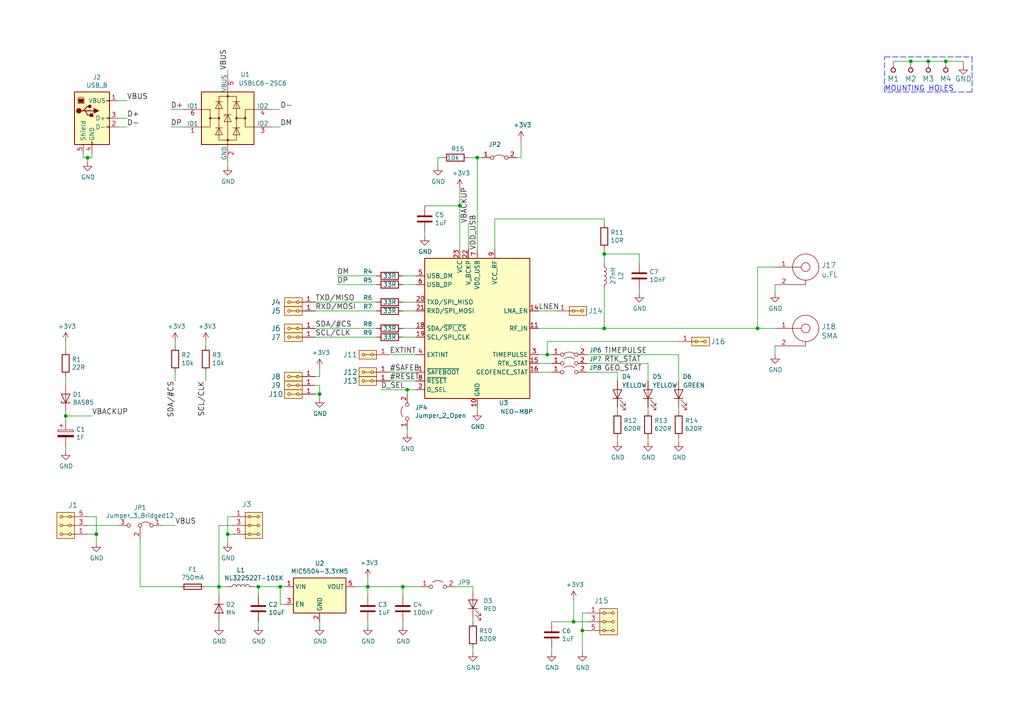
<source format=kicad_sch>
(kicad_sch (version 20210406) (generator eeschema)
  (paper "A4")
  (title_block (title "NAME") (date "%F") (rev "REV") (company "Mlab www.mlab.cz") (comment 1 "VERSION") (comment 2 "Short description \\nTwo lines are maximum") (comment 3 "nickname <email@example.com>") (comment 4 "BSD"))
  (lib_symbols
    (symbol "GPS02A-rescue:+3V3-power" (power) (pin_names (offset 0))
      (property "Value" "+3V3-power" (at 0 3.556 0))
      (symbol "+3V3-power_1_1"
        (pin power_in line (at 0 0 90) (length 0) hide (name "+3V3") (number "1"))
      )
    )
    (symbol "GPS02A-rescue:C-Device" (pin_numbers hide) (pin_names (offset 0.254))
      (property "Reference" "C" (at 0.635 2.54 0))
      (property "Value" "C-Device" (at 0.635 -2.54 0))
      (symbol "C-Device_1_1"
        (pin passive line (at 0 3.81 270) (length 2.794) (name "~") (number "1"))
        (pin passive line (at 0 -3.81 90) (length 2.794) (name "~") (number "2"))
      )
    )
    (symbol "GPS02A-rescue:CP-Device" (pin_numbers hide) (pin_names (offset 0.254))
      (property "Reference" "C" (at 0.635 2.54 0))
      (property "Value" "CP-Device" (at 0.635 -2.54 0))
      (symbol "CP-Device_1_1"
        (pin passive line (at 0 3.81 270) (length 2.794) (name "~") (number "1"))
        (pin passive line (at 0 -3.81 90) (length 2.794) (name "~") (number "2"))
      )
    )
    (symbol "GPS02A-rescue:D-Device" (pin_numbers hide) (pin_names (offset 1.016) hide)
      (property "Reference" "D" (at 0 2.54 0))
      (property "Value" "D-Device" (at 0 -2.54 0))
      (symbol "D-Device_1_1"
        (pin passive line (at -3.81 0 0) (length 2.54) (name "K") (number "1"))
        (pin passive line (at 3.81 0 180) (length 2.54) (name "A") (number "2"))
      )
    )
    (symbol "GPS02A-rescue:D_Zener-Device" (pin_numbers hide) (pin_names (offset 1.016) hide)
      (property "Reference" "D" (at 0 2.54 0))
      (property "Value" "D_Zener-Device" (at 0 -2.54 0))
      (symbol "D_Zener-Device_1_1"
        (pin passive line (at -3.81 0 0) (length 2.54) (name "K") (number "1"))
        (pin passive line (at 3.81 0 180) (length 2.54) (name "A") (number "2"))
      )
    )
    (symbol "GPS02A-rescue:Fuse-Device" (pin_numbers hide) (pin_names (offset 0))
      (property "Reference" "F" (at 2.032 0 90))
      (property "Value" "Fuse-Device" (at -1.905 0 90))
      (symbol "Fuse-Device_1_1"
        (pin passive line (at 0 3.81 270) (length 1.27) (name "~") (number "1"))
        (pin passive line (at 0 -3.81 90) (length 1.27) (name "~") (number "2"))
      )
    )
    (symbol "GPS02A-rescue:GND-power" (power) (pin_names (offset 0))
      (property "Value" "GND-power" (at 0 -3.81 0))
      (symbol "GND-power_1_1"
        (pin power_in line (at 0 0 270) (length 0) hide (name "GND") (number "1"))
      )
    )
    (symbol "GPS02A-rescue:Jumper_2_Bridged-Jumper" (pin_names (offset 0) hide)
      (property "Reference" "JP" (at 0 1.905 0))
      (property "Value" "Jumper_2_Bridged-Jumper" (at 0 -2.54 0))
      (symbol "Jumper_2_Bridged-Jumper_1_1"
        (pin passive line (at -5.08 0 0) (length 2.54) (name "A") (number "1"))
        (pin passive line (at 5.08 0 180) (length 2.54) (name "B") (number "2"))
      )
    )
    (symbol "GPS02A-rescue:Jumper_2_Open-Jumper" (pin_names (offset 0) hide)
      (property "Reference" "JP" (at 0 2.794 0))
      (property "Value" "Jumper_2_Open-Jumper" (at 0 -2.286 0))
      (symbol "Jumper_2_Open-Jumper_1_1"
        (pin passive line (at -5.08 0 0) (length 2.54) (name "A") (number "1"))
        (pin passive line (at 5.08 0 180) (length 2.54) (name "B") (number "2"))
      )
    )
    (symbol "GPS02A-rescue:Jumper_3_Bridged12-Jumper" (pin_names (offset 0) hide)
      (property "Reference" "JP" (at -2.54 -2.54 0))
      (property "Value" "Jumper_3_Bridged12-Jumper" (at 0 2.794 0))
      (symbol "Jumper_3_Bridged12-Jumper_1_1"
        (pin passive line (at -6.35 0 0) (length 2.54) (name "A") (number "1"))
        (pin input line (at 0 -3.81 90) (length 2.54) (name "C") (number "2"))
        (pin passive line (at 6.35 0 180) (length 2.54) (name "B") (number "3"))
      )
    )
    (symbol "GPS02A-rescue:L-Device" (pin_numbers hide) (pin_names (offset 1.016) hide)
      (property "Reference" "L" (at -1.27 0 90))
      (property "Value" "L-Device" (at 1.905 0 90))
      (symbol "L-Device_1_1"
        (pin passive line (at 0 3.81 270) (length 1.27) (name "1") (number "1"))
        (pin passive line (at 0 -3.81 90) (length 1.27) (name "2") (number "2"))
      )
    )
    (symbol "GPS02A-rescue:LED-Device" (pin_numbers hide) (pin_names (offset 1.016) hide)
      (property "Reference" "D" (at 0 2.54 0))
      (property "Value" "LED-Device" (at 0 -2.54 0))
      (symbol "LED-Device_1_1"
        (pin passive line (at -3.81 0 0) (length 2.54) (name "K") (number "1"))
        (pin passive line (at 3.81 0 180) (length 2.54) (name "A") (number "2"))
      )
    )
    (symbol "GPS02A-rescue:MIC5504-3.3YM5-Regulator_Linear"
      (property "Reference" "U" (at -7.62 8.89 0))
      (property "Value" "MIC5504-3.3YM5-Regulator_Linear" (at -7.62 6.35 0))
      (symbol "MIC5504-3.3YM5-Regulator_Linear_1_1"
        (pin power_in line (at -10.16 2.54 0) (length 2.54) (name "VIN") (number "1"))
        (pin power_in line (at 0 -7.62 90) (length 2.54) (name "GND") (number "2"))
        (pin input line (at -10.16 -2.54 0) (length 2.54) (name "EN") (number "3"))
        (pin no_connect line (at 7.62 -2.54 180) (length 2.54) hide (name "NC") (number "4"))
        (pin power_out line (at 10.16 2.54 180) (length 2.54) (name "VOUT") (number "5"))
      )
    )
    (symbol "GPS02A-rescue:NEO-M8P-RF_GPS"
      (property "Reference" "U" (at -13.97 21.59 0))
      (property "Value" "NEO-M8P-RF_GPS" (at 11.43 21.59 0))
      (symbol "NEO-M8P-RF_GPS_1_1"
        (pin input line (at -17.78 -12.7 0) (length 2.54) (name "~SAFEBOOT") (number "1"))
        (pin power_in line (at 0 -22.86 90) (length 2.54) (name "GND") (number "10"))
        (pin input line (at 17.78 0 180) (length 2.54) (name "RF_IN") (number "11"))
        (pin passive line (at 0 -22.86 90) (length 2.54) hide (name "GND") (number "12"))
        (pin passive line (at 0 -22.86 90) (length 2.54) hide (name "GND") (number "13"))
        (pin output line (at 17.78 5.08 180) (length 2.54) (name "LNA_EN") (number "14"))
        (pin output line (at 17.78 -10.16 180) (length 2.54) (name "RTK_STAT") (number "15"))
        (pin output line (at 17.78 -12.7 180) (length 2.54) (name "GEOFENCE_STAT") (number "16"))
        (pin no_connect line (at 15.24 -17.78 180) (length 2.54) hide (name "RESERVED") (number "17"))
        (pin bidirectional line (at -17.78 0 0) (length 2.54) (name "SDA/~SPI_CS") (number "18"))
        (pin input line (at -17.78 -2.54 0) (length 2.54) (name "SCL/SPI_CLK") (number "19"))
        (pin input line (at -17.78 -17.78 0) (length 2.54) (name "D_SEL") (number "2"))
        (pin output line (at -17.78 7.62 0) (length 2.54) (name "TXD/SPI_MISO") (number "20"))
        (pin input line (at -17.78 5.08 0) (length 2.54) (name "RXD/SPI_MOSI") (number "21"))
        (pin power_in line (at -2.54 22.86 270) (length 2.54) (name "V_BCKP") (number "22"))
        (pin power_in line (at -5.08 22.86 270) (length 2.54) (name "VCC") (number "23"))
        (pin passive line (at 0 -22.86 90) (length 2.54) hide (name "GND") (number "24"))
        (pin output line (at 17.78 -7.62 180) (length 2.54) (name "TIMEPULSE") (number "3"))
        (pin input line (at -17.78 -7.62 0) (length 2.54) (name "EXTINT") (number "4"))
        (pin bidirectional line (at -17.78 15.24 0) (length 2.54) (name "USB_DM") (number "5"))
        (pin bidirectional line (at -17.78 12.7 0) (length 2.54) (name "USB_DP") (number "6"))
        (pin power_in line (at 0 22.86 270) (length 2.54) (name "VDD_USB") (number "7"))
        (pin input line (at -17.78 -15.24 0) (length 2.54) (name "~RESET") (number "8"))
        (pin power_out line (at 5.08 22.86 270) (length 2.54) (name "VCC_RF") (number "9"))
      )
    )
    (symbol "GPS02A-rescue:R-Device" (pin_numbers hide) (pin_names (offset 0))
      (property "Reference" "R" (at 2.032 0 90))
      (property "Value" "R-Device" (at 0 0 90))
      (symbol "R-Device_1_1"
        (pin passive line (at 0 3.81 270) (length 1.27) (name "~") (number "1"))
        (pin passive line (at 0 -3.81 90) (length 1.27) (name "~") (number "2"))
      )
    )
    (symbol "GPS02A-rescue:SMA-MLAB_CONNECTORS" (pin_names (offset 1.016))
      (property "Reference" "J" (at 0 5.08 0))
      (property "Value" "SMA-MLAB_CONNECTORS" (at 3.81 -5.08 0))
      (symbol "SMA-MLAB_CONNECTORS_1_1"
        (pin unspecified line (at -8.89 0 0) (length 5.08) (name "~") (number "1"))
        (pin unspecified line (at -8.89 -5.08 0) (length 5.08) (name "~") (number "2"))
      )
    )
    (symbol "GPS02A-rescue:USBLC6-2SC6-Power_Protection" (pin_names (offset 0))
      (property "Reference" "U" (at 5.08 8.89 0))
      (property "Value" "USBLC6-2SC6-Power_Protection" (at 10.16 -10.16 0))
      (symbol "USBLC6-2SC6-Power_Protection_1_1"
        (pin passive line (at -12.7 -2.54 0) (length 5.08) (name "IO1") (number "1"))
        (pin passive line (at 0 -12.7 90) (length 5.08) (name "GND") (number "2"))
        (pin passive line (at 12.7 -2.54 180) (length 5.08) (name "IO2") (number "3"))
        (pin passive line (at 12.7 2.54 180) (length 5.08) (name "IO2") (number "4"))
        (pin passive line (at 0 12.7 270) (length 5.08) (name "VBUS") (number "5"))
        (pin passive line (at -12.7 2.54 0) (length 5.08) (name "IO1") (number "6"))
      )
    )
    (symbol "GPS02A-rescue:USB_B-Connector" (pin_names (offset 1.016))
      (property "Reference" "J" (at -5.08 11.43 0))
      (property "Value" "USB_B-Connector" (at -5.08 8.89 0))
      (symbol "USB_B-Connector_1_1"
        (pin power_out line (at 7.62 5.08 180) (length 2.54) (name "VBUS") (number "1"))
        (pin passive line (at 7.62 -2.54 180) (length 2.54) (name "D-") (number "2"))
        (pin passive line (at 7.62 0 180) (length 2.54) (name "D+") (number "3"))
        (pin power_out line (at 0 -10.16 90) (length 2.54) (name "GND") (number "4"))
        (pin passive line (at -2.54 -10.16 90) (length 2.54) (name "Shield") (number "5"))
      )
    )
    (symbol "MLAB_HEADER:HEADER_2x01_PARALLEL" (pin_names (offset 1.016))
      (property "Reference" "J" (at 0 -2.54 0))
      (property "Value" "HEADER_2x01_PARALLEL" (at 0 2.54 0))
      (symbol "HEADER_2x01_PARALLEL_1_1"
        (pin input line (at -6.35 0 0) (length 3.81) (name "~") (number "1"))
        (pin input line (at -6.35 0 0) (length 3.81) hide (name "~") (number "2"))
      )
    )
    (symbol "MLAB_HEADER:HEADER_2x03_PARALLEL" (pin_names (offset 1.016))
      (property "Reference" "J" (at 0 -5.08 0))
      (property "Value" "HEADER_2x03_PARALLEL" (at 0 5.08 0))
      (symbol "HEADER_2x03_PARALLEL_1_1"
        (pin input line (at -6.35 2.54 0) (length 3.81) (name "~") (number "1"))
        (pin input line (at -6.35 2.54 0) (length 3.81) hide (name "~") (number "2"))
        (pin input line (at -6.35 0 0) (length 3.81) (name "~") (number "3"))
        (pin input line (at -6.35 0 0) (length 3.81) hide (name "~") (number "4"))
        (pin input line (at -6.35 -2.54 0) (length 3.81) (name "~") (number "5"))
        (pin input line (at -6.35 -2.54 0) (length 3.81) hide (name "~") (number "6"))
      )
    )
    (symbol "MLAB_MECHANICAL:HOLE" (pin_numbers hide) (pin_names (offset 1.016) hide)
      (property "Reference" "M" (at 0 2.54 0))
      (property "Value" "HOLE" (at 0 -2.54 0))
      (symbol "HOLE_1_1"
        (pin input line (at 1.27 0 180) (length 0.635) (name "~") (number "1"))
      )
    )
  )
  (junction (at 19.05 120.65) (diameter 0.9144))
  (junction (at 25.4 45.72) (diameter 0.9144))
  (junction (at 27.94 154.94) (diameter 0.9144))
  (junction (at 63.5 170.18) (diameter 0.9144))
  (junction (at 66.04 154.94) (diameter 0.9144))
  (junction (at 74.93 170.18) (diameter 0.9144))
  (junction (at 81.28 170.18) (diameter 0.9144))
  (junction (at 92.71 114.3) (diameter 0.9144))
  (junction (at 106.68 170.18) (diameter 0.9144))
  (junction (at 116.84 170.18) (diameter 0.9144))
  (junction (at 118.11 113.03) (diameter 0.9144))
  (junction (at 133.35 59.69) (diameter 0.9144))
  (junction (at 138.43 45.72) (diameter 0.9144))
  (junction (at 158.75 102.87) (diameter 0.9144))
  (junction (at 166.37 180.34) (diameter 0.9144))
  (junction (at 168.91 182.88) (diameter 0.9144))
  (junction (at 175.26 73.66) (diameter 0.9144))
  (junction (at 175.26 95.25) (diameter 0.9144))
  (junction (at 219.71 95.25) (diameter 0.9144))
  (junction (at 264.16 17.78) (diameter 0.9144))
  (junction (at 269.24 17.78) (diameter 0.9144))
  (junction (at 274.32 17.78) (diameter 0.9144))
  (wire (pts (xy 19.05 99.06) (xy 19.05 101.6)))
  (wire (pts (xy 19.05 109.22) (xy 19.05 111.76)))
  (wire (pts (xy 19.05 119.38) (xy 19.05 120.65)))
  (wire (pts (xy 19.05 120.65) (xy 19.05 121.92)))
  (wire (pts (xy 19.05 120.65) (xy 26.67 120.65)))
  (wire (pts (xy 19.05 129.54) (xy 19.05 130.81)))
  (wire (pts (xy 24.13 44.45) (xy 24.13 45.72)))
  (wire (pts (xy 24.13 45.72) (xy 25.4 45.72)))
  (wire (pts (xy 25.4 45.72) (xy 25.4 46.99)))
  (wire (pts (xy 25.4 45.72) (xy 26.67 45.72)))
  (wire (pts (xy 25.4 149.86) (xy 27.94 149.86)))
  (wire (pts (xy 25.4 152.4) (xy 34.29 152.4)))
  (wire (pts (xy 25.4 154.94) (xy 27.94 154.94)))
  (wire (pts (xy 26.67 45.72) (xy 26.67 44.45)))
  (wire (pts (xy 27.94 149.86) (xy 27.94 154.94)))
  (wire (pts (xy 27.94 154.94) (xy 27.94 157.48)))
  (wire (pts (xy 34.29 29.21) (xy 36.83 29.21)))
  (wire (pts (xy 34.29 34.29) (xy 36.83 34.29)))
  (wire (pts (xy 34.29 36.83) (xy 36.83 36.83)))
  (wire (pts (xy 40.64 156.21) (xy 40.64 170.18)))
  (wire (pts (xy 40.64 170.18) (xy 52.07 170.18)))
  (wire (pts (xy 46.99 152.4) (xy 50.8 152.4)))
  (wire (pts (xy 49.53 31.75) (xy 53.34 31.75)))
  (wire (pts (xy 49.53 36.83) (xy 53.34 36.83)))
  (wire (pts (xy 50.8 99.06) (xy 50.8 100.33)))
  (wire (pts (xy 50.8 107.95) (xy 50.8 110.49)))
  (wire (pts (xy 59.69 99.06) (xy 59.69 100.33)))
  (wire (pts (xy 59.69 107.95) (xy 59.69 110.49)))
  (wire (pts (xy 63.5 152.4) (xy 63.5 170.18)))
  (wire (pts (xy 63.5 170.18) (xy 59.69 170.18)))
  (wire (pts (xy 63.5 170.18) (xy 63.5 172.72)))
  (wire (pts (xy 63.5 180.34) (xy 63.5 181.61)))
  (wire (pts (xy 66.04 20.32) (xy 66.04 21.59)))
  (wire (pts (xy 66.04 46.99) (xy 66.04 48.26)))
  (wire (pts (xy 66.04 149.86) (xy 66.04 154.94)))
  (wire (pts (xy 66.04 154.94) (xy 66.04 157.48)))
  (wire (pts (xy 66.04 170.18) (xy 63.5 170.18)))
  (wire (pts (xy 67.31 149.86) (xy 66.04 149.86)))
  (wire (pts (xy 67.31 152.4) (xy 63.5 152.4)))
  (wire (pts (xy 67.31 154.94) (xy 66.04 154.94)))
  (wire (pts (xy 73.66 170.18) (xy 74.93 170.18)))
  (wire (pts (xy 74.93 170.18) (xy 81.28 170.18)))
  (wire (pts (xy 74.93 172.72) (xy 74.93 170.18)))
  (wire (pts (xy 74.93 180.34) (xy 74.93 181.61)))
  (wire (pts (xy 78.74 31.75) (xy 81.28 31.75)))
  (wire (pts (xy 78.74 36.83) (xy 81.28 36.83)))
  (wire (pts (xy 81.28 170.18) (xy 82.55 170.18)))
  (wire (pts (xy 81.28 175.26) (xy 81.28 170.18)))
  (wire (pts (xy 82.55 175.26) (xy 81.28 175.26)))
  (wire (pts (xy 91.44 87.63) (xy 109.22 87.63)))
  (wire (pts (xy 91.44 90.17) (xy 109.22 90.17)))
  (wire (pts (xy 91.44 95.25) (xy 109.22 95.25)))
  (wire (pts (xy 91.44 97.79) (xy 109.22 97.79)))
  (wire (pts (xy 91.44 109.22) (xy 92.71 109.22)))
  (wire (pts (xy 91.44 111.76) (xy 92.71 111.76)))
  (wire (pts (xy 91.44 114.3) (xy 92.71 114.3)))
  (wire (pts (xy 92.71 109.22) (xy 92.71 106.68)))
  (wire (pts (xy 92.71 111.76) (xy 92.71 114.3)))
  (wire (pts (xy 92.71 114.3) (xy 92.71 115.57)))
  (wire (pts (xy 92.71 180.34) (xy 92.71 181.61)))
  (wire (pts (xy 102.87 170.18) (xy 106.68 170.18)))
  (wire (pts (xy 106.68 167.64) (xy 106.68 170.18)))
  (wire (pts (xy 106.68 170.18) (xy 106.68 172.72)))
  (wire (pts (xy 106.68 170.18) (xy 116.84 170.18)))
  (wire (pts (xy 106.68 180.34) (xy 106.68 181.61)))
  (wire (pts (xy 109.22 80.01) (xy 97.79 80.01)))
  (wire (pts (xy 109.22 82.55) (xy 97.79 82.55)))
  (wire (pts (xy 110.49 113.03) (xy 118.11 113.03)))
  (wire (pts (xy 113.03 102.87) (xy 120.65 102.87)))
  (wire (pts (xy 113.03 107.95) (xy 120.65 107.95)))
  (wire (pts (xy 116.84 80.01) (xy 120.65 80.01)))
  (wire (pts (xy 116.84 82.55) (xy 120.65 82.55)))
  (wire (pts (xy 116.84 87.63) (xy 120.65 87.63)))
  (wire (pts (xy 116.84 90.17) (xy 120.65 90.17)))
  (wire (pts (xy 116.84 95.25) (xy 120.65 95.25)))
  (wire (pts (xy 116.84 97.79) (xy 120.65 97.79)))
  (wire (pts (xy 116.84 170.18) (xy 121.92 170.18)))
  (wire (pts (xy 116.84 172.72) (xy 116.84 170.18)))
  (wire (pts (xy 116.84 180.34) (xy 116.84 181.61)))
  (wire (pts (xy 118.11 113.03) (xy 118.11 114.3)))
  (wire (pts (xy 118.11 124.46) (xy 118.11 125.73)))
  (wire (pts (xy 120.65 110.49) (xy 113.03 110.49)))
  (wire (pts (xy 120.65 113.03) (xy 118.11 113.03)))
  (wire (pts (xy 123.19 59.69) (xy 133.35 59.69)))
  (wire (pts (xy 123.19 67.31) (xy 123.19 68.58)))
  (wire (pts (xy 127 45.72) (xy 127 48.26)))
  (wire (pts (xy 128.27 45.72) (xy 127 45.72)))
  (wire (pts (xy 132.08 170.18) (xy 137.16 170.18)))
  (wire (pts (xy 133.35 59.69) (xy 133.35 54.61)))
  (wire (pts (xy 133.35 72.39) (xy 133.35 59.69)))
  (wire (pts (xy 135.89 45.72) (xy 138.43 45.72)))
  (wire (pts (xy 135.89 72.39) (xy 135.89 64.77)))
  (wire (pts (xy 137.16 170.18) (xy 137.16 171.45)))
  (wire (pts (xy 137.16 179.07) (xy 137.16 180.34)))
  (wire (pts (xy 137.16 187.96) (xy 137.16 189.23)))
  (wire (pts (xy 138.43 45.72) (xy 138.43 72.39)))
  (wire (pts (xy 138.43 45.72) (xy 139.7 45.72)))
  (wire (pts (xy 138.43 118.11) (xy 138.43 119.38)))
  (wire (pts (xy 143.51 63.5) (xy 175.26 63.5)))
  (wire (pts (xy 143.51 72.39) (xy 143.51 63.5)))
  (wire (pts (xy 151.13 40.64) (xy 151.13 45.72)))
  (wire (pts (xy 151.13 45.72) (xy 149.86 45.72)))
  (wire (pts (xy 156.21 90.17) (xy 161.29 90.17)))
  (wire (pts (xy 156.21 95.25) (xy 175.26 95.25)))
  (wire (pts (xy 156.21 102.87) (xy 158.75 102.87)))
  (wire (pts (xy 156.21 105.41) (xy 160.02 105.41)))
  (wire (pts (xy 156.21 107.95) (xy 160.02 107.95)))
  (wire (pts (xy 158.75 99.06) (xy 196.85 99.06)))
  (wire (pts (xy 158.75 102.87) (xy 158.75 99.06)))
  (wire (pts (xy 158.75 102.87) (xy 160.02 102.87)))
  (wire (pts (xy 160.02 180.34) (xy 166.37 180.34)))
  (wire (pts (xy 160.02 187.96) (xy 160.02 189.23)))
  (wire (pts (xy 166.37 173.99) (xy 166.37 180.34)))
  (wire (pts (xy 168.91 177.8) (xy 168.91 182.88)))
  (wire (pts (xy 168.91 182.88) (xy 168.91 189.23)))
  (wire (pts (xy 170.18 102.87) (xy 196.85 102.87)))
  (wire (pts (xy 170.18 105.41) (xy 187.96 105.41)))
  (wire (pts (xy 170.18 107.95) (xy 179.07 107.95)))
  (wire (pts (xy 170.18 177.8) (xy 168.91 177.8)))
  (wire (pts (xy 170.18 180.34) (xy 166.37 180.34)))
  (wire (pts (xy 170.18 182.88) (xy 168.91 182.88)))
  (wire (pts (xy 175.26 63.5) (xy 175.26 64.77)))
  (wire (pts (xy 175.26 72.39) (xy 175.26 73.66)))
  (wire (pts (xy 175.26 73.66) (xy 175.26 76.2)))
  (wire (pts (xy 175.26 95.25) (xy 175.26 83.82)))
  (wire (pts (xy 175.26 95.25) (xy 219.71 95.25)))
  (wire (pts (xy 179.07 107.95) (xy 179.07 110.49)))
  (wire (pts (xy 179.07 118.11) (xy 179.07 119.38)))
  (wire (pts (xy 179.07 127) (xy 179.07 128.27)))
  (wire (pts (xy 185.42 73.66) (xy 175.26 73.66)))
  (wire (pts (xy 185.42 76.2) (xy 185.42 73.66)))
  (wire (pts (xy 185.42 83.82) (xy 185.42 85.09)))
  (wire (pts (xy 187.96 105.41) (xy 187.96 110.49)))
  (wire (pts (xy 187.96 118.11) (xy 187.96 119.38)))
  (wire (pts (xy 187.96 127) (xy 187.96 128.27)))
  (wire (pts (xy 196.85 102.87) (xy 196.85 110.49)))
  (wire (pts (xy 196.85 118.11) (xy 196.85 119.38)))
  (wire (pts (xy 196.85 127) (xy 196.85 128.27)))
  (wire (pts (xy 219.71 77.47) (xy 219.71 95.25)))
  (wire (pts (xy 219.71 95.25) (xy 224.79 95.25)))
  (wire (pts (xy 224.79 77.47) (xy 219.71 77.47)))
  (wire (pts (xy 224.79 82.55) (xy 224.79 85.09)))
  (wire (pts (xy 224.79 100.33) (xy 224.79 102.87)))
  (wire (pts (xy 259.08 17.78) (xy 259.08 19.05)))
  (wire (pts (xy 264.16 17.78) (xy 259.08 17.78)))
  (wire (pts (xy 264.16 19.05) (xy 264.16 17.78)))
  (wire (pts (xy 269.24 17.78) (xy 264.16 17.78)))
  (wire (pts (xy 269.24 19.05) (xy 269.24 17.78)))
  (wire (pts (xy 274.32 17.78) (xy 269.24 17.78)))
  (wire (pts (xy 274.32 19.05) (xy 274.32 17.78)))
  (wire (pts (xy 279.4 17.78) (xy 274.32 17.78)))
  (wire (pts (xy 279.4 19.05) (xy 279.4 17.78)))
  (polyline (pts (xy 256.54 16.51) (xy 281.94 16.51)) (stroke (width 0) (type dash)))
  (polyline (pts (xy 256.54 26.67) (xy 256.54 16.51)) (stroke (width 0) (type dash)))
  (polyline (pts (xy 281.94 16.51) (xy 281.94 26.67)) (stroke (width 0) (type dash)))
  (polyline (pts (xy 281.94 26.67) (xy 256.54 26.67)) (stroke (width 0) (type dash)))
  (text "MOUNTING HOLES" (at 256.54 26.67 0) (effects (font (size 1.524 1.524)) (justify left bottom)))
  (label "VBACKUP" (at 26.67 120.65 0) (effects (font (size 1.524 1.524))))
  (label "VBUS" (at 36.83 29.21 0) (effects (font (size 1.524 1.524))))
  (label "D+" (at 36.83 34.29 0) (effects (font (size 1.524 1.524))))
  (label "D-" (at 36.83 36.83 0) (effects (font (size 1.524 1.524))))
  (label "D+" (at 49.53 31.75 0) (effects (font (size 1.524 1.524))))
  (label "DP" (at 49.53 36.83 0) (effects (font (size 1.524 1.524))))
  (label "SDA{slash}#CS" (at 50.8 110.49 270) (effects (font (size 1.524 1.524))))
  (label "VBUS" (at 50.8 152.4 0) (effects (font (size 1.524 1.524))))
  (label "SCL{slash}CLK" (at 59.69 110.49 270) (effects (font (size 1.524 1.524))))
  (label "VBUS" (at 66.04 20.32 90) (effects (font (size 1.524 1.524))))
  (label "D-" (at 81.28 31.75 0) (effects (font (size 1.524 1.524))))
  (label "DM" (at 81.28 36.83 0) (effects (font (size 1.524 1.524))))
  (label "TXD{slash}MISO" (at 91.44 87.63 0) (effects (font (size 1.524 1.524))))
  (label "RXD{slash}MOSI" (at 91.44 90.17 0) (effects (font (size 1.524 1.524))))
  (label "SDA{slash}#CS" (at 91.44 95.25 0) (effects (font (size 1.524 1.524))))
  (label "SCL{slash}CLK" (at 91.44 97.79 0) (effects (font (size 1.524 1.524))))
  (label "DM" (at 97.79 80.01 0) (effects (font (size 1.524 1.524))))
  (label "DP" (at 97.79 82.55 0) (effects (font (size 1.524 1.524))))
  (label "D_SEL" (at 110.49 113.03 0) (effects (font (size 1.524 1.524))))
  (label "EXTINT" (at 113.03 102.87 0) (effects (font (size 1.524 1.524))))
  (label "#SAFEB" (at 113.03 107.95 0) (effects (font (size 1.524 1.524))))
  (label "#RESET" (at 113.03 110.49 0) (effects (font (size 1.524 1.524))))
  (label "VBACKUP" (at 135.89 64.77 90) (effects (font (size 1.524 1.524))))
  (label "VDD_USB" (at 138.43 62.23 270) (effects (font (size 1.524 1.524))))
  (label "LNEN" (at 156.21 90.17 0) (effects (font (size 1.524 1.524))))
  (label "TIMEPULSE" (at 175.26 102.87 0) (effects (font (size 1.524 1.524))))
  (label "RTK_STAT" (at 175.26 105.41 0) (effects (font (size 1.524 1.524))))
  (label "GEO_STAT" (at 175.26 107.95 0) (effects (font (size 1.524 1.524))))
  (symbol (lib_id "MLAB_MECHANICAL:HOLE") (at 259.08 20.32 90) (unit 1)
    (property "Reference" "M1" (at 259.08 22.86 90) (effects (font (size 1.524 1.524))))
    (property "Value" "HOLE" (effects hide))
    (property "Footprint" "Mlab_Mechanical:MountingHole_3mm" (effects hide))
  )
  (symbol (lib_id "MLAB_MECHANICAL:HOLE") (at 264.16 20.32 90) (unit 1)
    (property "Reference" "M2" (at 264.16 22.86 90) (effects (font (size 1.524 1.524))))
    (property "Value" "HOLE" (effects hide))
    (property "Footprint" "Mlab_Mechanical:MountingHole_3mm" (effects hide))
  )
  (symbol (lib_id "MLAB_MECHANICAL:HOLE") (at 269.24 20.32 90) (unit 1)
    (property "Reference" "M3" (at 269.24 22.86 90) (effects (font (size 1.524 1.524))))
    (property "Value" "HOLE" (effects hide))
    (property "Footprint" "Mlab_Mechanical:MountingHole_3mm" (effects hide))
  )
  (symbol (lib_id "MLAB_MECHANICAL:HOLE") (at 274.32 20.32 90) (unit 1)
    (property "Reference" "M4" (at 274.32 22.86 90) (effects (font (size 1.524 1.524))))
    (property "Value" "HOLE" (effects hide))
    (property "Footprint" "Mlab_Mechanical:MountingHole_3mm" (effects hide))
  )
  (symbol (lib_id "GPS02A-rescue:+3V3-power") (at 19.05 99.06 0) (unit 1)
    (property "Reference" "#PWR0122" (effects hide))
    (property "Value" "+3V3" (at 19.431 94.6658 0))
  )
  (symbol (lib_id "GPS02A-rescue:+3V3-power") (at 50.8 99.06 0) (unit 1)
    (property "Reference" "#PWR0127" (effects hide))
    (property "Value" "+3V3" (at 51.181 94.6658 0))
  )
  (symbol (lib_id "GPS02A-rescue:+3V3-power") (at 59.69 99.06 0) (unit 1)
    (property "Reference" "#PWR0128" (effects hide))
    (property "Value" "+3V3" (at 60.071 94.6658 0))
  )
  (symbol (lib_id "GPS02A-rescue:+3V3-power") (at 92.71 106.68 0) (unit 1)
    (property "Reference" "#PWR0129" (effects hide))
    (property "Value" "+3V3" (at 93.091 102.2858 0))
  )
  (symbol (lib_id "GPS02A-rescue:+3V3-power") (at 106.68 167.64 0) (unit 1)
    (property "Reference" "#PWR0107" (effects hide))
    (property "Value" "+3V3" (at 107.061 163.2458 0))
  )
  (symbol (lib_id "GPS02A-rescue:+3V3-power") (at 133.35 54.61 0) (unit 1)
    (property "Reference" "#PWR0119" (effects hide))
    (property "Value" "+3V3" (at 133.731 50.2158 0))
  )
  (symbol (lib_id "GPS02A-rescue:+3V3-power") (at 151.13 40.64 0) (unit 1)
    (property "Reference" "#PWR0124" (effects hide))
    (property "Value" "+3V3" (at 151.511 36.2458 0))
  )
  (symbol (lib_id "GPS02A-rescue:+3V3-power") (at 166.37 173.99 0) (unit 1)
    (property "Reference" "#PWR0109" (effects hide))
    (property "Value" "+3V3" (at 166.751 169.5958 0))
  )
  (symbol (lib_id "GPS02A-rescue:GND-power") (at 19.05 130.81 0) (unit 1)
    (property "Reference" "#PWR0110" (effects hide))
    (property "Value" "GND" (at 19.177 135.2042 0))
  )
  (symbol (lib_id "GPS02A-rescue:GND-power") (at 25.4 46.99 0) (unit 1)
    (property "Reference" "#PWR0101" (effects hide))
    (property "Value" "GND" (at 25.527 51.3842 0))
  )
  (symbol (lib_id "GPS02A-rescue:GND-power") (at 27.94 157.48 0) (unit 1)
    (property "Reference" "#PWR0102" (effects hide))
    (property "Value" "GND" (at 28.067 161.8742 0))
  )
  (symbol (lib_id "GPS02A-rescue:GND-power") (at 63.5 181.61 0) (unit 1)
    (property "Reference" "#PWR0104" (effects hide))
    (property "Value" "GND" (at 63.627 186.0042 0))
  )
  (symbol (lib_id "GPS02A-rescue:GND-power") (at 66.04 48.26 0) (unit 1)
    (property "Reference" "#PWR0123" (effects hide))
    (property "Value" "GND" (at 66.167 52.6542 0))
  )
  (symbol (lib_id "GPS02A-rescue:GND-power") (at 66.04 157.48 0) (unit 1)
    (property "Reference" "#PWR0103" (effects hide))
    (property "Value" "GND" (at 66.167 161.8742 0))
  )
  (symbol (lib_id "GPS02A-rescue:GND-power") (at 74.93 181.61 0) (unit 1)
    (property "Reference" "#PWR0105" (effects hide))
    (property "Value" "GND" (at 75.057 186.0042 0))
  )
  (symbol (lib_id "GPS02A-rescue:GND-power") (at 92.71 115.57 0) (unit 1)
    (property "Reference" "#PWR0130" (effects hide))
    (property "Value" "GND" (at 92.837 119.9642 0))
  )
  (symbol (lib_id "GPS02A-rescue:GND-power") (at 92.71 181.61 0) (unit 1)
    (property "Reference" "#PWR0114" (effects hide))
    (property "Value" "GND" (at 92.837 186.0042 0))
  )
  (symbol (lib_id "GPS02A-rescue:GND-power") (at 106.68 181.61 0) (unit 1)
    (property "Reference" "#PWR0106" (effects hide))
    (property "Value" "GND" (at 106.807 186.0042 0))
  )
  (symbol (lib_id "GPS02A-rescue:GND-power") (at 116.84 181.61 0) (unit 1)
    (property "Reference" "#PWR0120" (effects hide))
    (property "Value" "GND" (at 116.967 186.0042 0))
  )
  (symbol (lib_id "GPS02A-rescue:GND-power") (at 118.11 125.73 0) (unit 1)
    (property "Reference" "#PWR0113" (effects hide))
    (property "Value" "GND" (at 118.237 130.1242 0))
  )
  (symbol (lib_id "GPS02A-rescue:GND-power") (at 123.19 68.58 0) (unit 1)
    (property "Reference" "#PWR0121" (effects hide))
    (property "Value" "GND" (at 123.317 72.9742 0))
  )
  (symbol (lib_id "GPS02A-rescue:GND-power") (at 127 48.26 0) (unit 1)
    (property "Reference" "#PWR0132" (effects hide))
    (property "Value" "GND" (at 127.127 52.6542 0))
  )
  (symbol (lib_id "GPS02A-rescue:GND-power") (at 137.16 189.23 0) (unit 1)
    (property "Reference" "#PWR0108" (effects hide))
    (property "Value" "GND" (at 137.287 193.6242 0))
  )
  (symbol (lib_id "GPS02A-rescue:GND-power") (at 138.43 119.38 0) (unit 1)
    (property "Reference" "#PWR0115" (effects hide))
    (property "Value" "GND" (at 138.557 123.7742 0))
  )
  (symbol (lib_id "GPS02A-rescue:GND-power") (at 160.02 189.23 0) (unit 1)
    (property "Reference" "#PWR0112" (effects hide))
    (property "Value" "GND" (at 160.147 193.6242 0))
  )
  (symbol (lib_id "GPS02A-rescue:GND-power") (at 168.91 189.23 0) (unit 1)
    (property "Reference" "#PWR0111" (effects hide))
    (property "Value" "GND" (at 169.037 193.6242 0))
  )
  (symbol (lib_id "GPS02A-rescue:GND-power") (at 179.07 128.27 0) (unit 1)
    (property "Reference" "#PWR0116" (effects hide))
    (property "Value" "GND" (at 179.197 132.6642 0))
  )
  (symbol (lib_id "GPS02A-rescue:GND-power") (at 185.42 85.09 0) (unit 1)
    (property "Reference" "#PWR0125" (effects hide))
    (property "Value" "GND" (at 185.547 89.4842 0))
  )
  (symbol (lib_id "GPS02A-rescue:GND-power") (at 187.96 128.27 0) (unit 1)
    (property "Reference" "#PWR0117" (effects hide))
    (property "Value" "GND" (at 188.087 132.6642 0))
  )
  (symbol (lib_id "GPS02A-rescue:GND-power") (at 196.85 128.27 0) (unit 1)
    (property "Reference" "#PWR0118" (effects hide))
    (property "Value" "GND" (at 196.977 132.6642 0))
  )
  (symbol (lib_id "GPS02A-rescue:GND-power") (at 224.79 85.09 0) (unit 1)
    (property "Reference" "#PWR0131" (effects hide))
    (property "Value" "GND" (at 224.917 89.4842 0))
  )
  (symbol (lib_id "GPS02A-rescue:GND-power") (at 224.79 102.87 0) (unit 1)
    (property "Reference" "#PWR0126" (effects hide))
    (property "Value" "GND" (at 224.917 107.2642 0))
  )
  (symbol (lib_id "GPS02A-rescue:GND-power") (at 279.4 19.05 0) (unit 1)
    (property "Reference" "#PWR03" (effects hide))
    (property "Value" "GND" (at 279.4 22.86 0) (effects (font (size 1.524 1.524))))
  )
  (symbol (lib_id "GPS02A-rescue:L-Device") (at 69.85 170.18 90) (unit 1)
    (property "Reference" "L1" (at 69.85 165.354 90))
    (property "Value" "NL322522T-101K" (at 73.66 167.64 90))
    (property "Footprint" "Inductor_SMD:L_1210_3225Metric" (effects hide))
    (property "UST_ID" "5c70984412875079b91f87fb" (effects hide))
  )
  (symbol (lib_id "GPS02A-rescue:L-Device") (at 175.26 80.01 0) (unit 1)
    (property "Reference" "L2" (at 180.086 80.01 90))
    (property "Value" "27nH" (at 177.8 80.01 90))
    (property "Footprint" "Mlab_R:SMD-0805" (effects hide))
    (property "UST_ID" "5c70984412875079b91f8807" (effects hide))
  )
  (symbol (lib_id "GPS02A-rescue:Jumper_2_Bridged-Jumper") (at 144.78 45.72 0) (unit 1)
    (property "Reference" "JP2" (at 143.51 41.91 0))
    (property "Value" "Jumper_2_Bridged" (effects hide))
    (property "Footprint" "Mlab_Pin_Headers:Straight_1x02" (effects hide))
  )
  (symbol (lib_id "GPS02A-rescue:Jumper_2_Bridged-Jumper") (at 165.1 102.87 0) (unit 1)
    (property "Reference" "JP6" (at 172.72 101.6 0))
    (property "Value" "Jumper_2_Bridged" (effects hide))
    (property "Footprint" "Mlab_Pin_Headers:Straight_1x02" (effects hide))
  )
  (symbol (lib_id "GPS02A-rescue:Fuse-Device") (at 55.88 170.18 90) (unit 1)
    (property "Reference" "F1" (at 55.88 165.1762 90))
    (property "Value" "750mA" (at 55.88 167.4876 90))
    (property "Footprint" "Mlab_F:1812" (effects hide))
    (property "UST_ID" "5c70984512875079b91f88d2" (effects hide))
  )
  (symbol (lib_id "GPS02A-rescue:R-Device") (at 19.05 105.41 0) (unit 1)
    (property "Reference" "R1" (at 20.828 104.2416 0) (effects (justify left)))
    (property "Value" "22R" (at 20.828 106.553 0) (effects (justify left)))
    (property "Footprint" "Mlab_R:SMD-0805" (effects hide))
    (property "UST_ID" "5c70984512875079b91f896f" (effects hide))
  )
  (symbol (lib_id "GPS02A-rescue:R-Device") (at 50.8 104.14 0) (unit 1)
    (property "Reference" "R2" (at 52.578 102.9716 0) (effects (justify left)))
    (property "Value" "10k" (at 52.578 105.283 0) (effects (justify left)))
    (property "Footprint" "Mlab_R:SMD-0805" (effects hide))
    (property "UST_ID" "5c70984612875079b91f899f" (effects hide))
  )
  (symbol (lib_id "GPS02A-rescue:R-Device") (at 59.69 104.14 0) (unit 1)
    (property "Reference" "R3" (at 61.468 102.9716 0) (effects (justify left)))
    (property "Value" "10k" (at 61.468 105.283 0) (effects (justify left)))
    (property "Footprint" "Mlab_R:SMD-0805" (effects hide))
    (property "UST_ID" "5c70984612875079b91f899f" (effects hide))
  )
  (symbol (lib_id "GPS02A-rescue:R-Device") (at 113.03 80.01 270) (unit 1)
    (property "Reference" "R4" (at 106.68 78.74 90))
    (property "Value" "33R" (at 113.03 80.01 90))
    (property "Footprint" "Mlab_R:SMD-0805" (effects hide))
    (property "UST_ID" "5c70984512875079b91f8970" (effects hide))
  )
  (symbol (lib_id "GPS02A-rescue:R-Device") (at 113.03 82.55 270) (unit 1)
    (property "Reference" "R5" (at 106.68 81.28 90))
    (property "Value" "33R" (at 113.03 82.55 90))
    (property "Footprint" "Mlab_R:SMD-0805" (effects hide))
    (property "UST_ID" "5c70984512875079b91f8970" (effects hide))
  )
  (symbol (lib_id "GPS02A-rescue:R-Device") (at 113.03 87.63 270) (unit 1)
    (property "Reference" "R6" (at 106.68 86.36 90))
    (property "Value" "33R" (at 113.03 87.63 90))
    (property "Footprint" "Mlab_R:SMD-0805" (effects hide))
    (property "UST_ID" "5c70984512875079b91f8970" (effects hide))
  )
  (symbol (lib_id "GPS02A-rescue:R-Device") (at 113.03 90.17 270) (unit 1)
    (property "Reference" "R7" (at 106.68 88.9 90))
    (property "Value" "33R" (at 113.03 90.17 90))
    (property "Footprint" "Mlab_R:SMD-0805" (effects hide))
    (property "UST_ID" "5c70984512875079b91f8970" (effects hide))
  )
  (symbol (lib_id "GPS02A-rescue:R-Device") (at 113.03 95.25 270) (unit 1)
    (property "Reference" "R8" (at 106.68 93.98 90))
    (property "Value" "33R" (at 113.03 95.25 90))
    (property "Footprint" "Mlab_R:SMD-0805" (effects hide))
    (property "UST_ID" "5c70984512875079b91f8970" (effects hide))
  )
  (symbol (lib_id "GPS02A-rescue:R-Device") (at 113.03 97.79 270) (unit 1)
    (property "Reference" "R9" (at 106.68 96.52 90))
    (property "Value" "33R" (at 113.03 97.79 90))
    (property "Footprint" "Mlab_R:SMD-0805" (effects hide))
    (property "UST_ID" "5c70984512875079b91f8970" (effects hide))
  )
  (symbol (lib_id "GPS02A-rescue:R-Device") (at 132.08 45.72 270) (unit 1)
    (property "Reference" "R15" (at 130.81 43.18 90) (effects (justify left)))
    (property "Value" "10k" (at 129.54 45.72 90) (effects (justify left)))
    (property "Footprint" "Mlab_R:SMD-0805" (effects hide))
    (property "UST_ID" "5c70984612875079b91f899f" (effects hide))
  )
  (symbol (lib_id "GPS02A-rescue:R-Device") (at 137.16 184.15 0) (unit 1)
    (property "Reference" "R10" (at 138.938 182.9816 0) (effects (justify left)))
    (property "Value" "620R" (at 138.938 185.293 0) (effects (justify left)))
    (property "Footprint" "Mlab_R:SMD-0805" (effects hide))
    (property "UST_ID" "5c70984512875079b91f8989" (effects hide))
  )
  (symbol (lib_id "GPS02A-rescue:R-Device") (at 175.26 68.58 0) (unit 1)
    (property "Reference" "R11" (at 177.038 67.4116 0) (effects (justify left)))
    (property "Value" "10R" (at 177.038 69.723 0) (effects (justify left)))
    (property "Footprint" "Mlab_R:SMD-0805" (effects hide))
    (property "UST_ID" "5c70984512875079b91f896d" (effects hide))
  )
  (symbol (lib_id "GPS02A-rescue:R-Device") (at 179.07 123.19 0) (unit 1)
    (property "Reference" "R12" (at 180.848 122.0216 0) (effects (justify left)))
    (property "Value" "620R" (at 180.848 124.333 0) (effects (justify left)))
    (property "Footprint" "Mlab_R:SMD-0805" (effects hide))
    (property "UST_ID" "5c70984512875079b91f8989" (effects hide))
  )
  (symbol (lib_id "GPS02A-rescue:R-Device") (at 187.96 123.19 0) (unit 1)
    (property "Reference" "R13" (at 189.738 122.0216 0) (effects (justify left)))
    (property "Value" "620R" (at 189.738 124.333 0) (effects (justify left)))
    (property "Footprint" "Mlab_R:SMD-0805" (effects hide))
    (property "UST_ID" "5c70984512875079b91f8989" (effects hide))
  )
  (symbol (lib_id "GPS02A-rescue:R-Device") (at 196.85 123.19 0) (unit 1)
    (property "Reference" "R14" (at 198.628 122.0216 0) (effects (justify left)))
    (property "Value" "620R" (at 198.628 124.333 0) (effects (justify left)))
    (property "Footprint" "Mlab_R:SMD-0805" (effects hide))
    (property "UST_ID" "5c70984512875079b91f8989" (effects hide))
  )
  (symbol (lib_id "GPS02A-rescue:D_Zener-Device") (at 19.05 115.57 90) (unit 1)
    (property "Reference" "D1" (at 21.0566 114.4016 90) (effects (justify right)))
    (property "Value" "BAS85" (at 21.0566 116.713 90) (effects (justify right)))
    (property "Footprint" "Diode_SMD:D_MiniMELF" (effects hide))
    (property "UST_ID" "5c70984512875079b91f88b3" (effects hide))
  )
  (symbol (lib_id "GPS02A-rescue:D-Device") (at 63.5 176.53 270) (unit 1)
    (property "Reference" "D2" (at 65.5066 175.3616 90) (effects (justify left)))
    (property "Value" "M4" (at 65.5066 177.673 90) (effects (justify left)))
    (property "Footprint" "Diode_SMD:D_SMA" (effects hide))
    (property "UST_ID" "5c70984512875079b91f88ac" (effects hide))
  )
  (symbol (lib_id "MLAB_HEADER:HEADER_2x01_PARALLEL") (at 85.09 87.63 180) (unit 1)
    (property "Reference" "J4" (at 80.01 87.63 0) (effects (font (size 1.524 1.524))))
    (property "Value" "HEADER_2x01_PARALLEL" (effects hide))
    (property "Footprint" "Mlab_Pin_Headers:Straight_2x01" (effects hide))
  )
  (symbol (lib_id "MLAB_HEADER:HEADER_2x01_PARALLEL") (at 85.09 90.17 180) (unit 1)
    (property "Reference" "J5" (at 80.01 90.17 0) (effects (font (size 1.524 1.524))))
    (property "Value" "HEADER_2x01_PARALLEL" (effects hide))
    (property "Footprint" "Mlab_Pin_Headers:Straight_2x01" (effects hide))
  )
  (symbol (lib_id "MLAB_HEADER:HEADER_2x01_PARALLEL") (at 85.09 95.25 180) (unit 1)
    (property "Reference" "J6" (at 80.01 95.25 0) (effects (font (size 1.524 1.524))))
    (property "Value" "HEADER_2x01_PARALLEL" (effects hide))
    (property "Footprint" "Mlab_Pin_Headers:Straight_2x01" (effects hide))
  )
  (symbol (lib_id "MLAB_HEADER:HEADER_2x01_PARALLEL") (at 85.09 97.79 180) (unit 1)
    (property "Reference" "J7" (at 80.01 97.79 0) (effects (font (size 1.524 1.524))))
    (property "Value" "HEADER_2x01_PARALLEL" (effects hide))
    (property "Footprint" "Mlab_Pin_Headers:Straight_2x01" (effects hide))
  )
  (symbol (lib_id "MLAB_HEADER:HEADER_2x01_PARALLEL") (at 85.09 109.22 180) (unit 1)
    (property "Reference" "J8" (at 80.01 109.22 0) (effects (font (size 1.524 1.524))))
    (property "Value" "HEADER_2x01_PARALLEL" (effects hide))
    (property "Footprint" "Mlab_Pin_Headers:Straight_2x01" (effects hide))
  )
  (symbol (lib_id "MLAB_HEADER:HEADER_2x01_PARALLEL") (at 85.09 111.76 180) (unit 1)
    (property "Reference" "J9" (at 80.01 111.76 0) (effects (font (size 1.524 1.524))))
    (property "Value" "HEADER_2x01_PARALLEL" (effects hide))
    (property "Footprint" "Mlab_Pin_Headers:Straight_2x01" (effects hide))
  )
  (symbol (lib_id "MLAB_HEADER:HEADER_2x01_PARALLEL") (at 85.09 114.3 180) (unit 1)
    (property "Reference" "J10" (at 80.01 114.3 0) (effects (font (size 1.524 1.524))))
    (property "Value" "HEADER_2x01_PARALLEL" (effects hide))
    (property "Footprint" "Mlab_Pin_Headers:Straight_2x01" (effects hide))
  )
  (symbol (lib_id "MLAB_HEADER:HEADER_2x01_PARALLEL") (at 106.68 102.87 180) (unit 1)
    (property "Reference" "J11" (at 101.6 102.87 0) (effects (font (size 1.524 1.524))))
    (property "Value" "HEADER_2x01_PARALLEL" (effects hide))
    (property "Footprint" "Mlab_Pin_Headers:Straight_2x01" (effects hide))
  )
  (symbol (lib_id "MLAB_HEADER:HEADER_2x01_PARALLEL") (at 106.68 107.95 180) (unit 1)
    (property "Reference" "J12" (at 101.6 107.95 0) (effects (font (size 1.524 1.524))))
    (property "Value" "HEADER_2x01_PARALLEL" (effects hide))
    (property "Footprint" "Mlab_Pin_Headers:Straight_2x01" (effects hide))
  )
  (symbol (lib_id "MLAB_HEADER:HEADER_2x01_PARALLEL") (at 106.68 110.49 180) (unit 1)
    (property "Reference" "J13" (at 101.6 110.49 0) (effects (font (size 1.524 1.524))))
    (property "Value" "HEADER_2x01_PARALLEL" (effects hide))
    (property "Footprint" "Mlab_Pin_Headers:Straight_2x01" (effects hide))
  )
  (symbol (lib_id "MLAB_HEADER:HEADER_2x01_PARALLEL") (at 167.64 90.17 0) (unit 1)
    (property "Reference" "J14" (at 172.72 90.17 0) (effects (font (size 1.524 1.524))))
    (property "Value" "HEADER_2x01_PARALLEL" (effects hide))
    (property "Footprint" "Mlab_Pin_Headers:Straight_2x01" (effects hide))
  )
  (symbol (lib_id "MLAB_HEADER:HEADER_2x01_PARALLEL") (at 203.2 99.06 0) (unit 1)
    (property "Reference" "J16" (at 208.28 99.06 0) (effects (font (size 1.524 1.524))))
    (property "Value" "HEADER_2x01_PARALLEL" (effects hide))
    (property "Footprint" "Mlab_Pin_Headers:Straight_2x01" (effects hide))
  )
  (symbol (lib_id "GPS02A-rescue:Jumper_2_Open-Jumper") (at 118.11 119.38 90) (unit 1)
    (property "Reference" "JP4" (at 120.3452 118.2116 90) (effects (justify right)))
    (property "Value" "Jumper_2_Open" (at 120.3452 120.523 90) (effects (justify right)))
    (property "Footprint" "Jumper:SolderJumper-2_P1.3mm_Open_RoundedPad1.0x1.5mm" (effects hide))
  )
  (symbol (lib_id "GPS02A-rescue:Jumper_2_Open-Jumper") (at 127 170.18 0) (unit 1)
    (property "Reference" "JP9" (at 134.62 168.91 0))
    (property "Value" "Jumper_2_Open" (effects hide))
    (property "Footprint" "Mlab_Pin_Headers:Straight_1x02" (effects hide))
  )
  (symbol (lib_id "GPS02A-rescue:Jumper_2_Open-Jumper") (at 165.1 105.41 0) (unit 1)
    (property "Reference" "JP7" (at 172.72 104.14 0))
    (property "Value" "Jumper_2_Open" (effects hide))
    (property "Footprint" "Mlab_Pin_Headers:Straight_1x02" (effects hide))
  )
  (symbol (lib_id "GPS02A-rescue:Jumper_2_Open-Jumper") (at 165.1 107.95 0) (unit 1)
    (property "Reference" "JP8" (at 172.72 106.68 0))
    (property "Value" "Jumper_2_Open" (effects hide))
    (property "Footprint" "Mlab_Pin_Headers:Straight_1x02" (effects hide))
  )
  (symbol (lib_id "GPS02A-rescue:LED-Device") (at 137.16 175.26 90) (unit 1)
    (property "Reference" "D3" (at 140.1572 174.2694 90) (effects (justify right)))
    (property "Value" "RED" (at 140.1572 176.5808 90) (effects (justify right)))
    (property "Footprint" "Mlab_D:LED_1206" (effects hide))
    (property "UST_ID" "5c70984412875079b91f8896" (effects hide))
  )
  (symbol (lib_id "GPS02A-rescue:LED-Device") (at 179.07 114.3 90) (unit 1)
    (property "Reference" "D4" (at 180.34 109.22 90) (effects (justify right)))
    (property "Value" "YELLOW" (at 180.34 111.76 90) (effects (justify right)))
    (property "Footprint" "Mlab_D:LED_1206" (effects hide))
    (property "UST_ID" "5c70984412875079b91f8897" (effects hide))
  )
  (symbol (lib_id "GPS02A-rescue:LED-Device") (at 187.96 114.3 90) (unit 1)
    (property "Reference" "D5" (at 189.23 109.22 90) (effects (justify right)))
    (property "Value" "YELLOW" (at 189.23 111.76 90) (effects (justify right)))
    (property "Footprint" "Mlab_D:LED_1206" (effects hide))
    (property "UST_ID" "5c70984412875079b91f8897" (effects hide))
  )
  (symbol (lib_id "GPS02A-rescue:LED-Device") (at 196.85 114.3 90) (unit 1)
    (property "Reference" "D6" (at 200.66 109.22 90) (effects (justify left)))
    (property "Value" "GREEN" (at 204.47 111.76 90) (effects (justify left)))
    (property "Footprint" "Mlab_D:LED_1206" (effects hide))
    (property "UST_ID" "5c70984412875079b91f8895" (effects hide))
  )
  (symbol (lib_id "GPS02A-rescue:CP-Device") (at 19.05 125.73 0) (unit 1)
    (property "Reference" "C1" (at 22.0472 124.5616 0) (effects (justify left)))
    (property "Value" "1F" (at 22.0472 126.873 0) (effects (justify left)))
    (property "Footprint" "Capacitor_THT:CP_Radial_D8.0mm_P3.50mm" (effects hide))
    (property "UST_ID" "5c70984412875079b91f8873" (effects hide))
  )
  (symbol (lib_id "GPS02A-rescue:C-Device") (at 74.93 176.53 0) (unit 1)
    (property "Reference" "C2" (at 77.851 175.3616 0) (effects (justify left)))
    (property "Value" "10uF" (at 77.851 177.673 0) (effects (justify left)))
    (property "Footprint" "Mlab_R:SMD-0805" (effects hide))
    (property "UST_ID" "5c70984812875079b91f8bbe" (effects hide))
  )
  (symbol (lib_id "GPS02A-rescue:C-Device") (at 106.68 176.53 0) (unit 1)
    (property "Reference" "C3" (at 109.601 175.3616 0) (effects (justify left)))
    (property "Value" "1uF" (at 109.601 177.673 0) (effects (justify left)))
    (property "Footprint" "Mlab_R:SMD-0805" (effects hide))
    (property "UST_ID" "5c70984712875079b91f8b50" (effects hide))
  )
  (symbol (lib_id "GPS02A-rescue:C-Device") (at 116.84 176.53 0) (unit 1)
    (property "Reference" "C4" (at 119.761 175.3616 0) (effects (justify left)))
    (property "Value" "100nF" (at 119.761 177.673 0) (effects (justify left)))
    (property "Footprint" "Mlab_R:SMD-0805" (effects hide))
    (property "UST_ID" "5c70984712875079b91f8b4c" (effects hide))
  )
  (symbol (lib_id "GPS02A-rescue:C-Device") (at 123.19 63.5 0) (unit 1)
    (property "Reference" "C5" (at 126.111 62.3316 0) (effects (justify left)))
    (property "Value" "1uF" (at 126.111 64.643 0) (effects (justify left)))
    (property "Footprint" "Mlab_R:SMD-0805" (effects hide))
    (property "UST_ID" "5c70984712875079b91f8b50" (effects hide))
  )
  (symbol (lib_id "GPS02A-rescue:C-Device") (at 160.02 184.15 0) (unit 1)
    (property "Reference" "C6" (at 162.941 182.9816 0) (effects (justify left)))
    (property "Value" "1uF" (at 162.941 185.293 0) (effects (justify left)))
    (property "Footprint" "Mlab_R:SMD-0805" (effects hide))
    (property "UST_ID" "5c70984712875079b91f8b50" (effects hide))
  )
  (symbol (lib_id "GPS02A-rescue:C-Device") (at 185.42 80.01 0) (unit 1)
    (property "Reference" "C7" (at 188.341 78.8416 0) (effects (justify left)))
    (property "Value" "10nF" (at 188.341 81.153 0) (effects (justify left)))
    (property "Footprint" "Mlab_R:SMD-0805" (effects hide))
    (property "UST_ID" "5c70984712875079b91f8b49" (effects hide))
  )
  (symbol (lib_id "GPS02A-rescue:Jumper_3_Bridged12-Jumper") (at 40.64 152.4 0) (mirror y) (unit 1)
    (property "Reference" "JP1" (at 40.64 147.2184 0))
    (property "Value" "Jumper_3_Bridged12" (at 40.64 149.5298 0))
    (property "Footprint" "Mlab_Pin_Headers:Straight_1x03" (effects hide))
  )
  (symbol (lib_id "MLAB_HEADER:HEADER_2x03_PARALLEL") (at 19.05 152.4 180) (unit 1)
    (property "Reference" "J1" (at 21.1582 146.5326 0) (effects (font (size 1.524 1.524))))
    (property "Value" "HEADER_2x03_PARALLEL" (effects hide))
    (property "Footprint" "Mlab_Pin_Headers:Straight_2x03" (effects hide))
  )
  (symbol (lib_id "MLAB_HEADER:HEADER_2x03_PARALLEL") (at 73.66 152.4 0) (unit 1)
    (property "Reference" "J3" (at 71.5518 146.2786 0) (effects (font (size 1.524 1.524))))
    (property "Value" "HEADER_2x03_PARALLEL" (effects hide))
    (property "Footprint" "Mlab_Pin_Headers:Straight_2x03" (effects hide))
  )
  (symbol (lib_id "MLAB_HEADER:HEADER_2x03_PARALLEL") (at 176.53 180.34 0) (unit 1)
    (property "Reference" "J15" (at 174.4218 174.2186 0) (effects (font (size 1.524 1.524))))
    (property "Value" "HEADER_2x03_PARALLEL" (effects hide))
    (property "Footprint" "Mlab_Pin_Headers:Straight_2x03" (effects hide))
  )
  (symbol (lib_id "GPS02A-rescue:SMA-MLAB_CONNECTORS") (at 233.68 77.47 0) (unit 1)
    (property "Reference" "J17" (at 238.2012 76.9366 0) (effects (font (size 1.524 1.524)) (justify left)))
    (property "Value" "u.FL" (at 238.2012 79.6544 0) (effects (font (size 1.524 1.524)) (justify left)))
    (property "Footprint" "Connector_Coaxial:U.FL_Molex_MCRF_73412-0110_Vertical" (effects hide))
    (property "UST_ID" "5ed7ac8e12875004e15a62c8" (effects hide))
  )
  (symbol (lib_id "GPS02A-rescue:SMA-MLAB_CONNECTORS") (at 233.68 95.25 0) (unit 1)
    (property "Reference" "J18" (at 238.2012 94.7166 0) (effects (font (size 1.524 1.524)) (justify left)))
    (property "Value" "SMA" (at 238.2012 97.4344 0) (effects (font (size 1.524 1.524)) (justify left)))
    (property "Footprint" "Connector_Coaxial:SMB_Jack_Vertical" (effects hide))
    (property "UST_ID" "5c70984412875079b91f87ac" (effects hide))
  )
  (symbol (lib_id "GPS02A-rescue:USB_B-Connector") (at 26.67 34.29 0) (unit 1)
    (property "Reference" "J2" (at 28.1178 22.4282 0))
    (property "Value" "USB_B" (at 28.1178 24.7396 0))
    (property "Footprint" "Connector_USB:USB_B_OST_USB-B1HSxx_Horizontal" (effects hide))
    (property "Datasheet" " ~" (effects hide))
    (property "UST_ID" "5c70984412875079b91f87a8" (effects hide))
  )
  (symbol (lib_id "GPS02A-rescue:MIC5504-3.3YM5-Regulator_Linear") (at 92.71 172.72 0) (unit 1)
    (property "Reference" "U2" (at 92.71 163.3982 0))
    (property "Value" "MIC5504-3.3YM5" (at 92.71 165.7096 0))
    (property "Footprint" "Package_TO_SOT_SMD:SOT-23-5" (effects hide))
    (property "Datasheet" "http://ww1.microchip.com/downloads/en/DeviceDoc/MIC550X.pdf" (effects hide))
    (property "UST_ID" "5c7255e81287500b4e112ea2" (effects hide))
  )
  (symbol (lib_id "GPS02A-rescue:USBLC6-2SC6-Power_Protection") (at 66.04 34.29 0) (unit 1)
    (property "Reference" "U1" (at 71.12 21.59 0))
    (property "Value" "USBLC6-2SC6" (at 76.2 24.13 0))
    (property "Footprint" "Package_TO_SOT_SMD:SOT-23-6" (effects hide))
    (property "Datasheet" "http://www2.st.com/resource/en/datasheet/CD00050750.pdf" (effects hide))
    (property "UST_ID" "5e82e0691287502a334a778c" (effects hide))
  )
  (symbol (lib_id "GPS02A-rescue:NEO-M8P-RF_GPS") (at 138.43 95.25 0) (unit 1)
    (property "Reference" "U3" (at 146.05 116.84 0))
    (property "Value" "NEO-M8P" (at 149.86 119.38 0))
    (property "Footprint" "RF_GPS:ublox_NEO" (effects hide))
    (property "Datasheet" "https://www.u-blox.com/sites/default/files/NEO-M8P_DataSheet_%28UBX-15016656%29.pdf" (effects hide))
    (property "UST_ID" "5ed7ad5612875004e15a62f5" (effects hide))
  )
)
</source>
